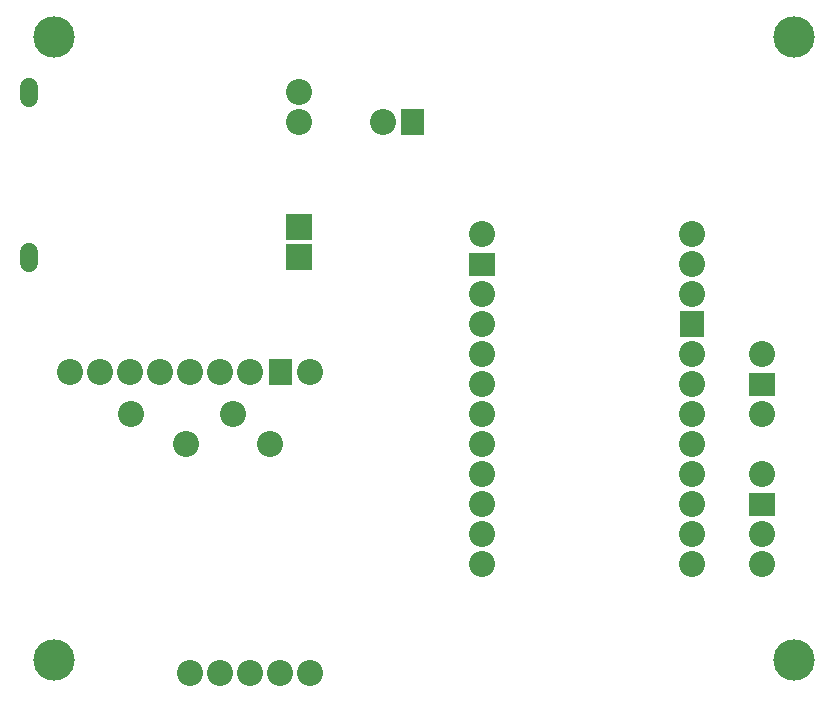
<source format=gts>
G04 Layer: TopSolderMaskLayer*
G04 EasyEDA v6.3.22, 2020-03-18T10:30:20--5:00*
G04 98182c42750f413f95cb83c886c9a14c,0f239cf58a554773a8b80eeb1c5c5983,10*
G04 Gerber Generator version 0.2*
G04 Scale: 100 percent, Rotated: No, Reflected: No *
G04 Dimensions in millimeters *
G04 leading zeros omitted , absolute positions ,3 integer and 3 decimal *
%FSLAX33Y33*%
%MOMM*%
G90*
G71D02*

%ADD25C,1.503197*%
%ADD26C,3.503193*%
%ADD27C,2.203196*%

%LPD*%
G54D25*
G01X1529Y52156D02*
G01X1529Y51256D01*
G01X1529Y38186D02*
G01X1529Y37286D01*
G54D26*
G01X3650Y3650D03*
G01X66350Y3650D03*
G01X66350Y56350D03*
G01X3649Y56350D03*
G54D27*
G01X10160Y24440D03*
G01X14859Y21900D03*
G01X18796Y24440D03*
G01X21971Y21900D03*
G01X25379Y28020D03*
G36*
G01X21887Y26919D02*
G01X21887Y29121D01*
G01X23792Y29121D01*
G01X23792Y26919D01*
G01X21887Y26919D01*
G37*
G01X20299Y28020D03*
G01X17759Y28020D03*
G01X15219Y28020D03*
G01X12679Y28020D03*
G01X10139Y28020D03*
G01X7599Y28020D03*
G01X5059Y28020D03*
G01X25379Y2520D03*
G01X22839Y2520D03*
G01X20299Y2520D03*
G01X17759Y2520D03*
G01X15219Y2520D03*
G01X63627Y29520D03*
G36*
G01X62524Y26027D02*
G01X62524Y27932D01*
G01X64729Y27932D01*
G01X64729Y26027D01*
G01X62524Y26027D01*
G37*
G01X63627Y24440D03*
G01X39878Y11740D03*
G01X39878Y14280D03*
G01X39878Y16820D03*
G01X39878Y19360D03*
G01X39878Y21900D03*
G01X39878Y24440D03*
G01X39878Y26980D03*
G01X39878Y29520D03*
G01X39878Y32060D03*
G01X39878Y34600D03*
G36*
G01X38775Y36187D02*
G01X38775Y38092D01*
G01X40980Y38092D01*
G01X40980Y36187D01*
G01X38775Y36187D01*
G37*
G01X39878Y39680D03*
G01X57658Y11740D03*
G01X57658Y14280D03*
G01X57658Y16820D03*
G01X57658Y19360D03*
G01X57658Y21900D03*
G01X57658Y24440D03*
G01X57658Y26980D03*
G01X57658Y29520D03*
G36*
G01X56657Y30957D02*
G01X56657Y33162D01*
G01X58658Y33162D01*
G01X58658Y30957D01*
G01X56657Y30957D01*
G37*
G01X57658Y34600D03*
G01X57658Y37140D03*
G01X57658Y39680D03*
G01X31496Y49205D03*
G36*
G01X33083Y48102D02*
G01X33083Y50307D01*
G01X34988Y50307D01*
G01X34988Y48102D01*
G01X33083Y48102D01*
G37*
G01X63627Y19360D03*
G36*
G01X62524Y15867D02*
G01X62524Y17772D01*
G01X64729Y17772D01*
G01X64729Y15867D01*
G01X62524Y15867D01*
G37*
G01X63627Y14280D03*
G01X63627Y11740D03*
G01X24389Y51706D03*
G36*
G01X23286Y36634D02*
G01X23286Y38839D01*
G01X25491Y38839D01*
G01X25491Y36634D01*
G01X23286Y36634D01*
G37*
G01X24389Y49166D03*
G36*
G01X23286Y39174D02*
G01X23286Y41379D01*
G01X25491Y41379D01*
G01X25491Y39174D01*
G01X23286Y39174D01*
G37*
M00*
M02*

</source>
